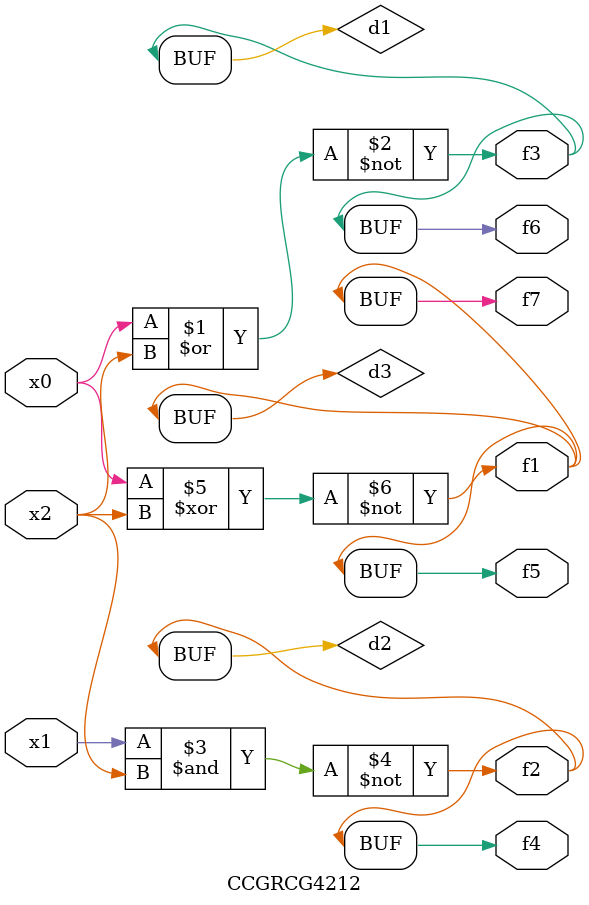
<source format=v>
module CCGRCG4212(
	input x0, x1, x2,
	output f1, f2, f3, f4, f5, f6, f7
);

	wire d1, d2, d3;

	nor (d1, x0, x2);
	nand (d2, x1, x2);
	xnor (d3, x0, x2);
	assign f1 = d3;
	assign f2 = d2;
	assign f3 = d1;
	assign f4 = d2;
	assign f5 = d3;
	assign f6 = d1;
	assign f7 = d3;
endmodule

</source>
